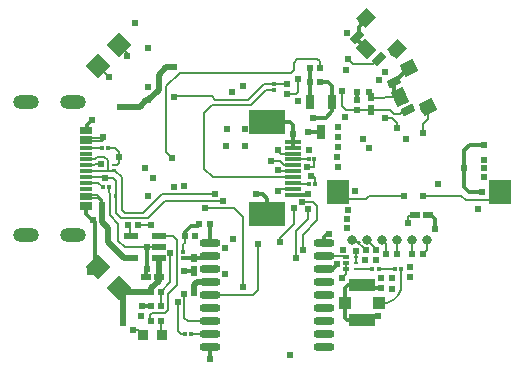
<source format=gbl>
G04 Layer: BottomLayer*
G04 Panelize: , Column: 1, Row: 1, Board Size: 43.14mm x 33.02mm, Panelized Board Size: 43.14mm x 33.02mm*
G04 EasyEDA v6.5.42, 2024-05-16 10:06:30*
G04 7028ff2cb4d24ddea7bcc12f254d0658,9a4ed40c0dd746429eaf55b84663d2fb,10*
G04 Gerber Generator version 0.2*
G04 Scale: 100 percent, Rotated: No, Reflected: No *
G04 Dimensions in millimeters *
G04 leading zeros omitted , absolute positions ,4 integer and 5 decimal *
%FSLAX45Y45*%
%MOMM*%

%AMMACRO1*21,1,$1,$2,0,0,$3*%
%ADD10C,0.5000*%
%ADD11C,0.1600*%
%ADD12C,0.3000*%
%ADD13C,0.2000*%
%ADD14C,0.8000*%
%ADD15MACRO1,1.524X1.524X-44.9993*%
%ADD16MACRO1,1.524X1.524X-45.0007*%
%ADD17MACRO1,0.2997X1.0998X90.0000*%
%ADD18MACRO1,0.3023X1.0998X90.0000*%
%ADD19MACRO1,2X1.8X-90.0000*%
%ADD20MACRO1,1.524X1.524X-134.9993*%
%ADD21MACRO1,1.524X1.524X-135.0007*%
%ADD22MACRO1,0.54X0.5656X-90.0000*%
%ADD23MACRO1,0.54X0.5656X90.0000*%
%ADD24MACRO1,0.7X1.25X0.0000*%
%ADD25MACRO1,0.324X0.3031X-90.0000*%
%ADD26R,0.3240X0.3031*%
%ADD27MACRO1,0.324X0.3031X0.0000*%
%ADD28MACRO1,0.27X0.25X0.0000*%
%ADD29MACRO1,0.27X0.25X90.0000*%
%ADD30MACRO1,0.8X0.8X90.0000*%
%ADD31MACRO1,0.49X1.157X-90.0000*%
%ADD32MACRO1,0.49X1.175X-90.0000*%
%ADD33MACRO1,0.324X0.3031X90.0000*%
%ADD34MACRO1,0.3X1.3X90.0000*%
%ADD35MACRO1,2X3X90.0000*%
%ADD36O,1.7729962X0.6999986*%
%ADD37MACRO1,2.2X1.1X0.0000*%
%ADD38MACRO1,1.05X1X-90.0000*%
%ADD39R,0.4250X0.2800*%
%ADD40MACRO1,0.425X0.28X0.0000*%
%ADD41MACRO1,0.324X0.3685X-90.0000*%
%ADD42MACRO1,0.54X0.7901X-90.0000*%
%ADD43R,0.5400X0.7901*%
%ADD44MACRO1,0.54X0.7901X0.0000*%
%ADD45R,0.3240X0.3684*%
%ADD46MACRO1,0.324X0.3685X0.0000*%
%ADD47R,0.5400X0.5657*%
%ADD48MACRO1,0.54X0.5656X0.0000*%
%ADD49MACRO1,0.7X1.1X134.9985*%
%ADD50MACRO1,0.7X1.1X135.0015*%
%ADD51MACRO1,1.4X1.1X135.0000*%
%ADD52MACRO1,1.15X1.2X135.0009*%
%ADD53MACRO1,0.7X1.1X116.0007*%
%ADD54MACRO1,1.4X1.1X115.9997*%
%ADD55MACRO1,1.15X1.2X115.9997*%
%ADD56O,2.1999956000000003X1.1999976*%
%ADD57C,0.6096*%
%ADD58C,0.6200*%
%ADD59C,0.0124*%

%LPD*%
D10*
X-432407Y-176105D02*
G01*
X-434794Y-173718D01*
X-434794Y-15753D01*
X-432407Y-176105D02*
G01*
X-432407Y-206502D01*
X-499534Y-273629D01*
X-499534Y-301658D01*
X-736518Y-301658D01*
X-736518Y-296072D01*
D11*
X281104Y-260713D02*
G01*
X281104Y332691D01*
X207299Y406496D01*
X-42595Y406496D01*
X785700Y52189D02*
G01*
X785700Y181201D01*
X909594Y305094D01*
X909594Y422694D01*
X876901Y455399D01*
X779096Y455399D01*
X731395Y-17406D02*
G01*
X731395Y215696D01*
X828596Y312894D01*
X828596Y397200D01*
X594591Y123588D02*
G01*
X594591Y157472D01*
X708304Y271185D01*
X708304Y407103D01*
X652858Y1459831D02*
G01*
X541860Y1457799D01*
D12*
X962230Y-109888D02*
G01*
X1039700Y-109888D01*
X1079070Y-70518D01*
D13*
X1622043Y-230631D02*
G01*
X1622043Y-230631D01*
X1620812Y-110459D01*
X1433146Y-394114D02*
G01*
X1503172Y-394207D01*
D11*
X-403044Y-671428D02*
G01*
X-411502Y-662970D01*
X-411502Y-551695D01*
D10*
X-758111Y1265013D02*
G01*
X-593011Y1266029D01*
X-538909Y1319877D01*
X-520113Y1319877D01*
D12*
X1241717Y1858746D02*
G01*
X1264920Y1881949D01*
X1264920Y1943354D01*
X1321287Y1999721D01*
X1321287Y2012543D01*
X1562684Y1475554D02*
G01*
X1682193Y1595064D01*
X1687977Y1595064D01*
D13*
X-1045385Y999075D02*
G01*
X-907463Y999075D01*
X-907463Y1011775D01*
D12*
X1148158Y-394114D02*
G01*
X1148158Y-265844D01*
X1170002Y-244000D01*
X1290652Y-244000D01*
X1290652Y-543974D02*
G01*
X1164668Y-543974D01*
X1148158Y-527718D01*
X1148158Y-394114D01*
X1290657Y-243987D02*
G01*
X1314645Y-267977D01*
X1452628Y-267977D01*
X-89004Y271769D02*
G01*
X-103725Y257047D01*
X-160776Y257047D01*
X-213890Y203934D01*
X-213890Y167098D01*
X-138300Y-125915D02*
G01*
X-141371Y-128986D01*
X-220804Y-128986D01*
D13*
X-812467Y770983D02*
G01*
X-785289Y770983D01*
X-769033Y787239D01*
X-769033Y842611D01*
X-769033Y842611D02*
G01*
X-769033Y879949D01*
X-805609Y916271D01*
X-861743Y916271D01*
X-628878Y264413D02*
G01*
X-576577Y263144D01*
X-575045Y261612D01*
X-495297Y261612D01*
X-847265Y491583D02*
G01*
X-847265Y344263D01*
X-774875Y271873D01*
X-774875Y130903D01*
X-721535Y77563D01*
X-397431Y77563D01*
D10*
X-676831Y-17432D02*
G01*
X-725853Y-17432D01*
X-859203Y115917D01*
X-859203Y239615D01*
X-910257Y290669D01*
X-910257Y433925D01*
D13*
X-858187Y581499D02*
G01*
X-858187Y541621D01*
X-842947Y526127D01*
X-842947Y506569D01*
D12*
X-989073Y302252D02*
G01*
X-971951Y285130D01*
X-971951Y-60904D01*
X-1045448Y438960D02*
G01*
X-1047493Y355597D01*
X-994150Y302252D01*
X-989073Y302252D01*
X-1045385Y1048857D02*
G01*
X-1042334Y1051907D01*
X-1042334Y1111575D01*
X-1001773Y1152136D01*
D13*
X1365585Y1343766D02*
G01*
X1373057Y1336294D01*
X1475231Y1336294D01*
X1488823Y1349885D01*
X1607271Y1349885D01*
D12*
X1246202Y1321147D02*
G01*
X1247726Y1391759D01*
X487332Y353903D02*
G01*
X487332Y488027D01*
X448828Y526534D01*
X392940Y526534D01*
X487329Y1133911D02*
G01*
X491337Y1137920D01*
X681227Y1137920D01*
X706627Y1112520D01*
X706627Y1032763D01*
X706681Y968910D02*
G01*
X706630Y968961D01*
X706630Y1032756D01*
X706683Y918926D02*
G01*
X706683Y968913D01*
X1324815Y1754459D02*
G01*
X1241717Y1837557D01*
X1241717Y1858746D01*
X1607271Y1349885D02*
G01*
X1562684Y1394472D01*
X1562684Y1475554D01*
X-224995Y-19009D02*
G01*
X-210050Y-19009D01*
X-207939Y-16898D01*
X-138300Y-16898D01*
D13*
X113362Y470247D02*
G01*
X-380159Y470247D01*
X-526971Y323435D01*
X-754301Y323435D01*
X-794433Y363567D01*
X-794433Y635855D01*
X-820341Y661763D01*
X-884095Y661763D01*
X1149581Y-105801D02*
G01*
X1149581Y-148369D01*
X1116840Y-181109D01*
D11*
X1486489Y1170132D02*
G01*
X1542361Y1170132D01*
X1588264Y1124231D01*
X1588264Y1088890D01*
X885746Y818403D02*
G01*
X885746Y754499D01*
X823191Y754499D01*
X706681Y818923D02*
G01*
X812545Y818923D01*
X813064Y818405D01*
X837440Y818405D01*
X706683Y768913D02*
G01*
X627578Y768913D01*
X590710Y805781D01*
X514682Y805781D01*
X706704Y718911D02*
G01*
X586897Y718911D01*
X574296Y731512D01*
D13*
X1149581Y-55811D02*
G01*
X1149581Y-99580D01*
X1142039Y-107121D01*
X1237079Y-5801D02*
G01*
X1235991Y-4714D01*
X1235991Y46194D01*
X1237084Y-55811D02*
G01*
X1237084Y-14655D01*
X1229550Y-7122D01*
X1427736Y-108465D02*
G01*
X1429765Y-110495D01*
X1565429Y-110495D01*
X1237079Y-105801D02*
G01*
X1370208Y-105801D01*
X1372872Y-108465D01*
X1149581Y-5798D02*
G01*
X1143784Y-2D01*
X962304Y-2D01*
X-160449Y-658528D02*
G01*
X78Y-660052D01*
D10*
X-734108Y-567900D02*
G01*
X-736704Y-565304D01*
X-736704Y-296171D01*
D13*
X-1045461Y968923D02*
G01*
X-1035215Y979167D01*
X-911092Y979167D01*
X-907539Y982723D01*
X-907539Y1011674D01*
X-1045448Y488995D02*
G01*
X-945436Y488995D01*
X-910333Y453895D01*
X-910333Y433824D01*
X-1045461Y518972D02*
G01*
X-953571Y518972D01*
X-910333Y475734D01*
X-910333Y433824D01*
X-1045385Y818989D02*
G01*
X-973757Y818989D01*
X-952167Y840579D01*
X-892477Y840579D01*
X-865299Y813655D01*
X-865299Y721707D01*
X-677186Y264406D02*
G01*
X-677186Y172918D01*
X-676826Y172557D01*
X-906523Y581398D02*
G01*
X-944029Y618904D01*
X-1045461Y618904D01*
X-1045461Y668837D02*
G01*
X-891346Y668837D01*
X-884171Y661662D01*
X-1045385Y768951D02*
G01*
X-979345Y767935D01*
X-970709Y776571D01*
X-924989Y776571D01*
X-1045461Y919022D02*
G01*
X-1042609Y916170D01*
X-910104Y916170D01*
D12*
X81Y110073D02*
G01*
X-2435Y112590D01*
X-2435Y271772D01*
X-138300Y-16898D02*
G01*
X-16901Y-16898D01*
X-5Y-2D01*
X844306Y1302867D02*
G01*
X847257Y1305819D01*
X847257Y1596009D01*
D11*
X1678863Y1237378D02*
G01*
X1641358Y1237366D01*
X1607139Y1203154D01*
X1559664Y1203154D01*
X1528284Y1234531D01*
X1246207Y1234531D01*
D13*
X-562937Y-670745D02*
G01*
X-609384Y-624298D01*
X-649800Y-624298D01*
X-412671Y-419514D02*
G01*
X-412925Y-301912D01*
D12*
X-499285Y-419511D02*
G01*
X-549826Y-419511D01*
X-550616Y-420301D01*
X-571192Y-420301D01*
X-541423Y-176105D02*
G01*
X-541423Y-111848D01*
X-536084Y-106507D01*
X-535500Y-105918D01*
X-535500Y77561D01*
D11*
X1246207Y1234531D02*
G01*
X1154257Y1234531D01*
X1114808Y1273980D01*
X1114808Y1399786D01*
X-224995Y35821D02*
G01*
X-224983Y102887D01*
X-213890Y113979D01*
X-213890Y167098D01*
D12*
X962230Y110073D02*
G01*
X962230Y160619D01*
X993018Y191406D01*
X1012802Y191406D01*
D13*
X-498015Y-551594D02*
G01*
X-508175Y-541688D01*
X-508175Y-502318D01*
X-488363Y-482506D01*
X-381429Y-482506D01*
X-353997Y-455074D01*
X-353997Y-318930D01*
X-278305Y-243238D01*
X-278305Y138777D01*
X-312087Y172559D01*
X-397431Y172559D01*
X-698698Y1690496D02*
G01*
X-698698Y1720999D01*
X-767595Y1789897D01*
X-853498Y1513497D02*
G01*
X-853498Y1516593D01*
X-947199Y1610293D01*
D10*
X-520113Y1319877D02*
G01*
X-434261Y1405729D01*
X-434261Y1535269D01*
X-370253Y1599277D01*
X-299641Y1599277D01*
D11*
X652858Y1373217D02*
G01*
X731344Y1373217D01*
X745822Y1387695D01*
X745822Y1500725D01*
D12*
X1034366Y1302859D02*
G01*
X1034366Y1444337D01*
X1003378Y1475325D01*
X930988Y1475325D01*
D11*
X933782Y1595975D02*
G01*
X933782Y1648553D01*
X906604Y1672175D01*
X741758Y1672175D01*
X708484Y1638647D01*
X708484Y1578195D01*
X684862Y1554573D01*
X-255953Y1554573D01*
X-371777Y1438749D01*
X-371777Y886045D01*
X-318691Y832959D01*
X541860Y1457799D02*
G01*
X455500Y1457799D01*
X319102Y1321401D01*
X46814Y1321401D01*
X16588Y1351881D01*
X-297355Y1351881D01*
X-304975Y1344007D01*
X706706Y668875D02*
G01*
X23700Y668875D01*
X-46911Y739487D01*
X-46911Y1214721D01*
X21922Y1283301D01*
X347042Y1283301D01*
X473280Y1409539D01*
X541860Y1409539D01*
D12*
X1844299Y347690D02*
G01*
X1874100Y347690D01*
X1903199Y318592D01*
X1903199Y232503D01*
D13*
X1677748Y278985D02*
G01*
X1677748Y330039D01*
X1695274Y347565D01*
X1735406Y347565D01*
D12*
X2153996Y746401D02*
G01*
X2153996Y587700D01*
X2198093Y543603D01*
X2308202Y543603D01*
X2321384Y943449D02*
G01*
X2200226Y943449D01*
X2153998Y897221D01*
X2153998Y746345D01*
D13*
X706617Y568868D02*
G01*
X597656Y568868D01*
X580189Y551400D01*
X706605Y868850D02*
G01*
X602648Y868850D01*
X574499Y896998D01*
D11*
X889081Y613503D02*
G01*
X889081Y665827D01*
X875113Y679797D01*
X852299Y679797D01*
X840818Y613503D02*
G01*
X706706Y613503D01*
X706706Y618837D01*
D12*
X833998Y1049398D02*
G01*
X837430Y1052830D01*
X939297Y1052830D01*
X706704Y518761D02*
G01*
X820244Y518761D01*
X830988Y529506D01*
D11*
X1644982Y508601D02*
G01*
X1347294Y508347D01*
X1322148Y483201D01*
X1148666Y483201D01*
X1082880Y548987D01*
X1806780Y511903D02*
G01*
X2130122Y511903D01*
X2167714Y474057D01*
X2378026Y474057D01*
X2452956Y548987D01*
X1807491Y21887D02*
G01*
X1840565Y54960D01*
X1840565Y139542D01*
X1713565Y139542D02*
G01*
X1711505Y137482D01*
X1711505Y14394D01*
X1587908Y16197D02*
G01*
X1587908Y138198D01*
X1586565Y139542D01*
X1459562Y139539D02*
G01*
X1492196Y106906D01*
X1492196Y16499D01*
X1332565Y139542D02*
G01*
X1410591Y61516D01*
X1410591Y48607D01*
X1205562Y139539D02*
G01*
X1229311Y115790D01*
X1273964Y115790D01*
X1205562Y139539D02*
G01*
X1230858Y139539D01*
X1322397Y48000D01*
D12*
X874600Y1173573D02*
G01*
X982804Y1173573D01*
X1034366Y1225135D01*
X1034366Y1302859D01*
D13*
X1806780Y1042763D02*
G01*
X1806780Y1115915D01*
X1850214Y1159349D01*
X1850214Y1262473D01*
D11*
X1168986Y1668365D02*
G01*
X1214452Y1622899D01*
X1380822Y1622899D01*
X1429082Y1671413D01*
D12*
X612Y-867011D02*
G01*
X-5Y-867011D01*
X-5Y-770003D01*
D13*
X-1045385Y718913D02*
G01*
X-854377Y718913D01*
X-413004Y-301782D02*
G01*
X-334210Y-222991D01*
X-334210Y27602D01*
D10*
X81Y-219872D02*
G01*
X-110970Y-219872D01*
X-136192Y-245094D01*
X-136192Y-313799D01*
D13*
X78Y-330106D02*
G01*
X361774Y-330106D01*
X408764Y-282862D01*
X408764Y104995D01*
X-208709Y-658528D02*
G01*
X-248079Y-658528D01*
X-273479Y-632874D01*
X-273479Y-387256D01*
X78Y-550070D02*
G01*
X-188643Y-550070D01*
X-217853Y-520860D01*
X-217853Y-316898D01*
X45798Y528921D02*
G01*
X-402511Y528921D01*
X-568373Y363059D01*
X-722043Y363059D01*
X-746173Y387189D01*
X-746173Y667351D01*
X-800529Y721707D01*
X-852599Y721707D01*
D14*
G01*
X1459562Y139539D03*
G01*
X1586562Y139539D03*
G01*
X1713562Y139539D03*
G01*
X1840562Y139539D03*
G01*
X1332562Y139539D03*
G01*
X1205562Y139539D03*
D15*
G01*
X-947736Y-92984D03*
D16*
G01*
X-768130Y-272587D03*
D17*
G01*
X-1045382Y488970D03*
G01*
X-1045382Y518942D03*
G01*
X-1045382Y568980D03*
D18*
G01*
X-1045382Y618891D03*
D17*
G01*
X-1045382Y668802D03*
G01*
X-1045382Y718840D03*
G01*
X-1045382Y768878D03*
G01*
X-1045382Y818916D03*
G01*
X-1045382Y868954D03*
G01*
X-1045382Y918992D03*
D18*
G01*
X-1045382Y968903D03*
D17*
G01*
X-1045382Y999002D03*
G01*
X-1045382Y438932D03*
G01*
X-1045382Y408960D03*
G01*
X-1045382Y1048786D03*
D18*
G01*
X-1045382Y1078885D03*
D19*
G01*
X1082898Y545000D03*
G01*
X2452895Y545000D03*
D20*
G01*
X-767595Y1789898D03*
D21*
G01*
X-947199Y1610292D03*
D22*
G01*
X-413015Y-301800D03*
G01*
X-499581Y-301800D03*
D23*
G01*
X-499281Y-419399D03*
G01*
X-412715Y-419399D03*
D24*
G01*
X939297Y1052830D03*
G01*
X1034293Y1302765D03*
G01*
X844301Y1302765D03*
D25*
G01*
X889053Y613498D03*
G01*
X840742Y613498D03*
D26*
G01*
X541809Y1457850D03*
D27*
G01*
X541799Y1409542D03*
D25*
G01*
X885753Y818398D03*
G01*
X837443Y818398D03*
D28*
G01*
X-812467Y728692D03*
G01*
X-812467Y771110D03*
D29*
G01*
X-800402Y506569D03*
G01*
X-842820Y506569D03*
D30*
G01*
X-403042Y-671446D03*
G01*
X-562942Y-670745D03*
D31*
G01*
X-434797Y174243D03*
G01*
X-434797Y79248D03*
G01*
X-434797Y-15748D03*
D32*
G01*
X-665530Y-15748D03*
G01*
X-665530Y174243D03*
D33*
G01*
X-906472Y581499D03*
G01*
X-858161Y581499D03*
D25*
G01*
X-861717Y916271D03*
G01*
X-910028Y916271D03*
D34*
G01*
X706615Y518853D03*
G01*
X706615Y568853D03*
G01*
X706615Y618853D03*
G01*
X706615Y668853D03*
G01*
X706615Y718853D03*
G01*
X706615Y768852D03*
G01*
X706615Y818852D03*
G01*
X706615Y868852D03*
G01*
X706615Y918852D03*
G01*
X706615Y968852D03*
D35*
G01*
X487265Y1133853D03*
G01*
X487268Y353852D03*
D36*
G01*
X2Y-770008D03*
G01*
X2Y-660001D03*
G01*
X2Y-549993D03*
G01*
X2Y-440011D03*
G01*
X2Y-330004D03*
G01*
X2Y-219997D03*
G01*
X2Y-110015D03*
G01*
X2Y-7D03*
G01*
X2Y109999D03*
G01*
X962306Y109999D03*
G01*
X962306Y-7D03*
G01*
X962306Y-110015D03*
G01*
X962306Y-219997D03*
G01*
X962306Y-330004D03*
G01*
X962306Y-440011D03*
G01*
X962306Y-549993D03*
G01*
X962306Y-660001D03*
G01*
X962306Y-770008D03*
D37*
G01*
X1290645Y-243998D03*
D38*
G01*
X1148158Y-394000D03*
D37*
G01*
X1290647Y-544000D03*
D38*
G01*
X1433151Y-394000D03*
D39*
G01*
X1237084Y-5824D03*
G01*
X1237084Y-55811D03*
G01*
X1237084Y-105824D03*
D40*
G01*
X1149579Y-105816D03*
G01*
X1149579Y-55816D03*
G01*
X1149579Y-5816D03*
D41*
G01*
X1427723Y-108457D03*
G01*
X1372880Y-108457D03*
D23*
G01*
X847248Y1595996D03*
G01*
X933814Y1595996D03*
D42*
G01*
X1844301Y347698D03*
G01*
X1735289Y347698D03*
D43*
G01*
X-138300Y-16898D03*
D44*
G01*
X-138300Y-125905D03*
D41*
G01*
X1620255Y-110489D03*
G01*
X1565412Y-110489D03*
D42*
G01*
X-432394Y-176100D03*
G01*
X-541406Y-176100D03*
D25*
G01*
X-160502Y-658621D03*
G01*
X-208813Y-658621D03*
D45*
G01*
X-224990Y-19032D03*
D46*
G01*
X-224998Y35821D03*
D22*
G01*
X-2437Y271780D03*
G01*
X-89002Y271780D03*
D47*
G01*
X652807Y1459882D03*
D48*
G01*
X652797Y1373313D03*
D49*
G01*
X1429109Y1671365D03*
D50*
G01*
X1241725Y1858749D03*
D51*
G01*
X1324811Y1754450D03*
D52*
G01*
X1582905Y1750917D03*
G01*
X1321276Y2012544D03*
D22*
G01*
X931020Y1475346D03*
G01*
X844454Y1475346D03*
D53*
G01*
X1678846Y1237367D03*
G01*
X1562677Y1475549D03*
D54*
G01*
X1607278Y1349882D03*
D55*
G01*
X1850161Y1262514D03*
G01*
X1687964Y1595066D03*
D43*
G01*
X1365582Y1343753D03*
D44*
G01*
X1365585Y1234752D03*
D47*
G01*
X1246202Y1234533D03*
D48*
G01*
X1246205Y1321111D03*
D22*
G01*
X-609672Y264507D03*
G01*
X-696238Y264507D03*
G01*
X-411516Y-551698D03*
G01*
X-498082Y-551698D03*
D13*
G75*
G01*
X1508252Y-392430D02*
G03*
X1621658Y-230657I-41649J149833D01*
D56*
G01*
X-1160447Y181907D03*
G01*
X-1560446Y181907D03*
G01*
X-1160447Y1305882D03*
G01*
X-1560446Y1305882D03*
D14*
G01*
X1562254Y1730265D03*
G01*
X1300609Y1991885D03*
G01*
X1823900Y1249697D03*
G01*
X1661695Y1582234D03*
D57*
G01*
X-520113Y1319979D03*
G01*
X1903199Y232503D03*
G01*
X-526463Y1764225D03*
G01*
X-758111Y1265115D03*
G01*
X-523669Y1429453D03*
G01*
X277954Y1440121D03*
G01*
X187784Y1391861D03*
G01*
X-299641Y1599379D03*
G01*
X-304975Y1344109D03*
G01*
X-853488Y1513502D03*
G01*
X-698700Y1690489D03*
G01*
X-631111Y1972657D03*
G01*
X-1001773Y1152136D03*
G01*
X1114808Y1399786D03*
G01*
X1486486Y1170119D03*
G01*
X1588264Y1088890D03*
G01*
X1806907Y511802D03*
G01*
X-925065Y776470D03*
G01*
X-884171Y661662D03*
G01*
X45722Y528820D03*
G01*
X113286Y470146D03*
G01*
X-910333Y433824D03*
G01*
X-907539Y1011674D03*
G01*
X-734108Y-567900D03*
G01*
X-649805Y-624288D03*
G01*
X-273606Y-387306D03*
G01*
X194693Y145204D03*
G01*
X129898Y71086D03*
G01*
X-217802Y-316796D03*
G01*
X408891Y104995D03*
G01*
X731395Y-17406D03*
G01*
X828601Y397197D03*
G01*
X281104Y-260713D03*
G01*
X-42593Y406493D03*
G01*
X1116840Y-181109D03*
G01*
X1127991Y56100D03*
G01*
X1232689Y553788D03*
G01*
X1165506Y394200D03*
G01*
X1165202Y313809D03*
G01*
X-545335Y748276D03*
G01*
X-478203Y661205D03*
G01*
X-218691Y592320D03*
G01*
X-307591Y589272D03*
G01*
X852299Y679797D03*
G01*
X779096Y455388D03*
G01*
X574296Y731512D03*
G01*
X708306Y407103D03*
G01*
X514682Y805781D03*
G01*
X823191Y754499D03*
G01*
X-318767Y832858D03*
G01*
X2308202Y543603D03*
G01*
X2321384Y943500D03*
G01*
X2153998Y746396D03*
G01*
X1082398Y751197D03*
G01*
X1075794Y837887D03*
G01*
X1080594Y923409D03*
G01*
X1084201Y1007407D03*
G01*
X1140005Y1177206D03*
G01*
X1085090Y1091100D03*
G01*
X140972Y1076952D03*
G01*
X134114Y931410D03*
G01*
X300230Y1080508D03*
G01*
X296674Y931410D03*
G01*
X1148336Y1573268D03*
G01*
X1486486Y1555488D03*
G01*
X745797Y1500598D03*
G01*
X706630Y1032756D03*
G01*
X392940Y526534D03*
G01*
X749302Y1309616D03*
G01*
X1431902Y1493385D03*
G01*
X1247726Y1391759D03*
G01*
X1157556Y1892139D03*
G01*
X1299898Y992700D03*
G01*
X874499Y1173599D03*
G01*
X2318133Y817872D03*
G01*
X2273708Y399610D03*
G01*
X1677621Y279087D03*
G01*
X1235991Y46194D03*
G01*
X-989073Y302252D03*
G01*
X-1013711Y-135389D03*
G01*
X-769109Y842510D03*
G01*
X-495297Y261612D03*
G01*
X-220799Y-128988D03*
G01*
X612Y-867011D03*
G01*
X-213890Y167098D03*
G01*
X-127505Y167403D03*
G01*
X839701Y900295D03*
G01*
X1350342Y914493D03*
G01*
X1078994Y-70619D03*
G01*
X1452628Y-267977D03*
G01*
X1012802Y191406D03*
G01*
X2321943Y742942D03*
G01*
X2323238Y667504D03*
G01*
X1346964Y1389118D03*
G01*
X1164008Y236999D03*
G01*
X1314198Y-32519D03*
G01*
X1402844Y-30233D03*
G01*
X1452882Y-181617D03*
G01*
X1543052Y-183649D03*
G01*
X1696468Y-178061D03*
G01*
X1694436Y-88653D03*
G01*
X1541274Y-280423D03*
G01*
X1425450Y-505213D03*
G01*
X1148158Y-394114D03*
G01*
X1290652Y-543974D03*
G01*
X1290652Y-244000D03*
G01*
X785700Y52189D03*
G01*
X594591Y123588D03*
G01*
X-136192Y-313799D03*
G01*
X-334210Y27602D03*
D58*
G01*
X-535505Y77563D03*
G01*
X-571192Y-420301D03*
D57*
G01*
X680392Y-835210D03*
G01*
X1930783Y614494D03*
G01*
X574499Y896993D03*
G01*
X830988Y529506D03*
G01*
X834011Y1049393D03*
G01*
X580189Y551400D03*
G01*
X1659206Y991201D03*
G01*
X1644906Y508500D03*
G01*
X1807491Y21887D03*
G01*
X1711505Y14394D03*
G01*
X1587908Y16197D03*
G01*
X1492201Y16502D03*
G01*
X1410591Y48607D03*
G01*
X1322402Y47998D03*
G01*
X1806907Y1042789D03*
G01*
X1169088Y1668289D03*
D58*
G01*
X-536089Y-106509D03*
G01*
X-581403Y-502495D03*
D57*
G01*
X124792Y-149410D03*
G01*
X-526488Y507306D03*
M02*

</source>
